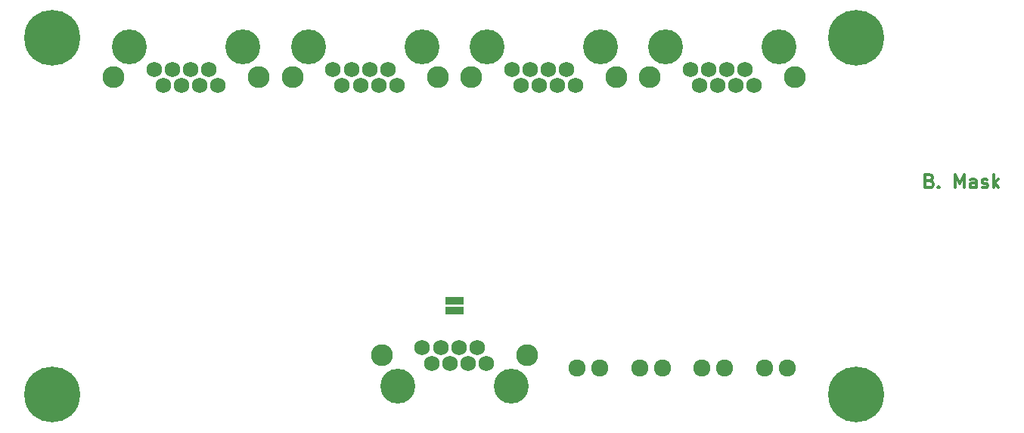
<source format=gbs>
G04 (created by PCBNEW (2013-07-07 BZR 4022)-stable) date 18/09/2013 13:21:16*
%MOIN*%
G04 Gerber Fmt 3.4, Leading zero omitted, Abs format*
%FSLAX34Y34*%
G01*
G70*
G90*
G04 APERTURE LIST*
%ADD10C,0.00590551*%
%ADD11C,0.011811*%
%ADD12C,0.0758425*%
%ADD13R,0.0216425X0.0354425*%
%ADD14C,0.246063*%
%ADD15C,0.153543*%
%ADD16C,0.0689425*%
%ADD17C,0.0964567*%
G04 APERTURE END LIST*
G54D10*
G54D11*
X45365Y-13000D02*
X45449Y-13028D01*
X45478Y-13056D01*
X45506Y-13113D01*
X45506Y-13197D01*
X45478Y-13253D01*
X45449Y-13281D01*
X45393Y-13309D01*
X45168Y-13309D01*
X45168Y-12719D01*
X45365Y-12719D01*
X45421Y-12747D01*
X45449Y-12775D01*
X45478Y-12831D01*
X45478Y-12888D01*
X45449Y-12944D01*
X45421Y-12972D01*
X45365Y-13000D01*
X45168Y-13000D01*
X45759Y-13253D02*
X45787Y-13281D01*
X45759Y-13309D01*
X45731Y-13281D01*
X45759Y-13253D01*
X45759Y-13309D01*
X46490Y-13309D02*
X46490Y-12719D01*
X46687Y-13141D01*
X46884Y-12719D01*
X46884Y-13309D01*
X47418Y-13309D02*
X47418Y-13000D01*
X47390Y-12944D01*
X47334Y-12916D01*
X47221Y-12916D01*
X47165Y-12944D01*
X47418Y-13281D02*
X47362Y-13309D01*
X47221Y-13309D01*
X47165Y-13281D01*
X47137Y-13225D01*
X47137Y-13169D01*
X47165Y-13113D01*
X47221Y-13084D01*
X47362Y-13084D01*
X47418Y-13056D01*
X47671Y-13281D02*
X47727Y-13309D01*
X47840Y-13309D01*
X47896Y-13281D01*
X47924Y-13225D01*
X47924Y-13197D01*
X47896Y-13141D01*
X47840Y-13113D01*
X47755Y-13113D01*
X47699Y-13084D01*
X47671Y-13028D01*
X47671Y-13000D01*
X47699Y-12944D01*
X47755Y-12916D01*
X47840Y-12916D01*
X47896Y-12944D01*
X48177Y-13309D02*
X48177Y-12719D01*
X48233Y-13084D02*
X48402Y-13309D01*
X48402Y-12916D02*
X48177Y-13141D01*
G54D12*
X38082Y-21259D03*
X39082Y-21259D03*
X35326Y-21259D03*
X36326Y-21259D03*
X32570Y-21259D03*
X33570Y-21259D03*
X29814Y-21259D03*
X30814Y-21259D03*
G54D13*
X24704Y-18731D03*
X24507Y-18731D03*
X24310Y-18731D03*
X24113Y-18731D03*
X24113Y-18278D03*
X24310Y-18278D03*
X24507Y-18278D03*
X24704Y-18278D03*
G54D14*
X6692Y-6692D03*
X6692Y-22440D03*
X42125Y-22440D03*
X42125Y-6692D03*
G54D15*
X17972Y-7086D03*
X22972Y-7086D03*
G54D16*
X19066Y-8086D03*
X19468Y-8787D03*
X19870Y-8086D03*
X20271Y-8787D03*
X20673Y-8086D03*
X21074Y-8787D03*
X21476Y-8086D03*
X21877Y-8787D03*
G54D17*
X17271Y-8437D03*
X23673Y-8437D03*
G54D15*
X26909Y-22047D03*
X21909Y-22047D03*
G54D16*
X25814Y-21047D03*
X25413Y-20346D03*
X25011Y-21047D03*
X24610Y-20346D03*
X24208Y-21047D03*
X23807Y-20346D03*
X23405Y-21047D03*
X23003Y-20346D03*
G54D17*
X27610Y-20696D03*
X21208Y-20696D03*
G54D15*
X10098Y-7086D03*
X15098Y-7086D03*
G54D16*
X11192Y-8086D03*
X11594Y-8787D03*
X11996Y-8086D03*
X12397Y-8787D03*
X12799Y-8086D03*
X13200Y-8787D03*
X13602Y-8086D03*
X14003Y-8787D03*
G54D17*
X9397Y-8437D03*
X15799Y-8437D03*
G54D15*
X33720Y-7086D03*
X38720Y-7086D03*
G54D16*
X34814Y-8086D03*
X35216Y-8787D03*
X35618Y-8086D03*
X36019Y-8787D03*
X36421Y-8086D03*
X36822Y-8787D03*
X37224Y-8086D03*
X37625Y-8787D03*
G54D17*
X33019Y-8437D03*
X39421Y-8437D03*
G54D15*
X25846Y-7086D03*
X30846Y-7086D03*
G54D16*
X26940Y-8086D03*
X27342Y-8787D03*
X27744Y-8086D03*
X28145Y-8787D03*
X28547Y-8086D03*
X28948Y-8787D03*
X29350Y-8086D03*
X29751Y-8787D03*
G54D17*
X25145Y-8437D03*
X31547Y-8437D03*
M02*

</source>
